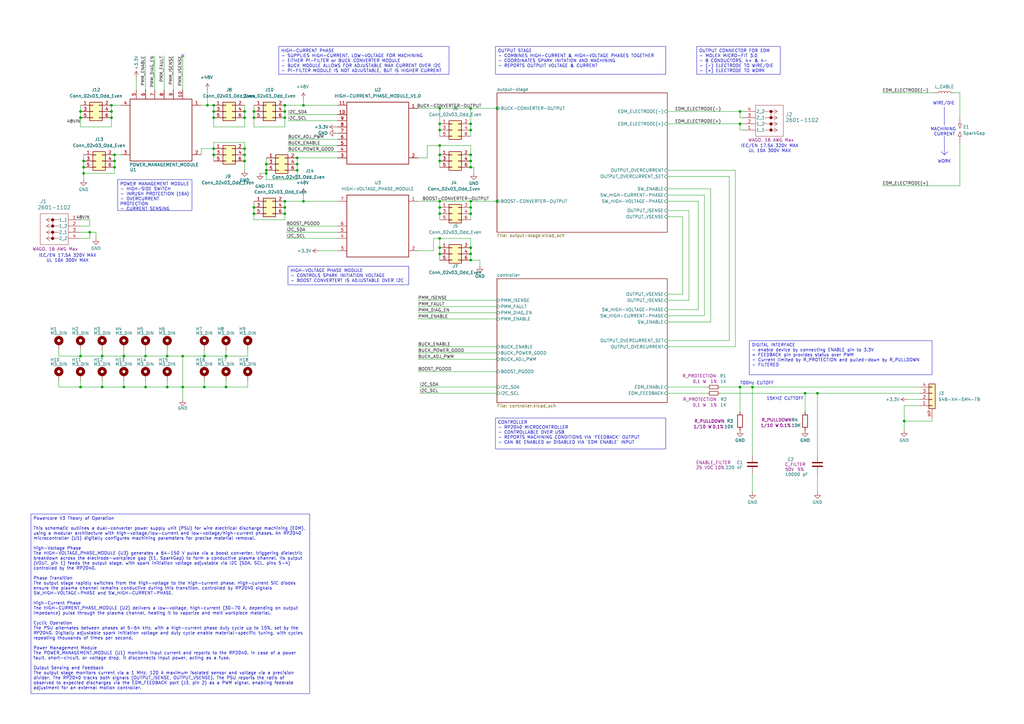
<source format=kicad_sch>
(kicad_sch (version 20250114) (generator "eeschema") (generator_version "9.0")
  (paper "A3")
  (title_block (title "Dual Converter Motherboard") (date "2025-07-29") (rev "H") (company "Rack Robotics, Inc."))
  (text "IEC/EN 17.5A 320V MAX\nUL 10A 300V MAX" (at 315.722 60.96 0) (effects (font (size 1.27 1.27))))
  (text "WORK" (at 387.35 66.294 0) (effects (font (size 1.27 1.27))))
  (text "700Hz CUTOFF" (at 310.388 157.226 0) (effects (font (size 1.27 1.27))))
  (text "MACHINING \nCURRENT" (at 387.35 54.102 0) (effects (font (size 1.27 1.27))))
  (text "WIRE/DIE" (at 387.096 42.418 0) (effects (font (size 1.27 1.27))))
  (text "IEC/EN 17.5A 320V MAX\nUL 10A 300V MAX" (at 27.686 105.918 0) (effects (font (size 1.27 1.27))))
  (text "15KHZ CUTTOFF" (at 322.072 163.576 0) (effects (font (size 1.27 1.27))))
  (text_box "CONTROLLER \n- RP2040 MICROCONTROLLER\n- CONTROLLABLE OVER USB \n- REPORTS MACHINING CONDITIONS VIA 'FEEDBACK' OUTPUT \n- CAN BE ENABLED or DISABLED VIA 'EDM ENABLE' INPUT" (at 203.2 171.45 0) (size 69.85 12.7) (margins 0.9525 0.9525 0.9525 0.9525) (effects (font (size 1.27 1.27)) (justify left top)))
  (text_box "HIGH-VOLTAGE PHASE MODULE\n- CONTROLS SPARK INITIATION VOLTAGE\n- BOOST CONVERTERT IS ADJUSTABLE OVER I2C" (at 118.11 109.22 0) (size 49.53 7.62) (margins 0.9525 0.9525 0.9525 0.9525) (effects (font (size 1.27 1.27)) (justify left top)))
  (text_box "OUTPUT CONNECTOR FOR EDM\n- MOLEX MICRO-FIT 3.0\n- 8 CONDUCTORS, 4+ & 4-\n- (-) ELECTRODE TO WIRE/DIE \n- (+) ELECTRODE TO WORK" (at 285.75 19.05 0) (size 34.29 11.43) (margins 0.9525 0.9525 0.9525 0.9525) (effects (font (size 1.27 1.27)) (justify left top)))
  (text_box "HIGH-CURRENT PHASE\n- SUPPLIES HIGH-CURRENT, LOW-VOLTAGE FOR MACHINING\n- EITHER Pi-FILTER or BUCK CONVERTER MODULE\n- BUCK MODULE ALLOWS FOR ADJUSTABLE MAX CURRENT OVER I2C\n- Pi-FILTER MODULE IS NOT ADJUSTABLE, BUT IS HIGHER CURRENT" (at 114.3 19.05 0) (size 69.85 11.43) (margins 0.9525 0.9525 0.9525 0.9525) (effects (font (size 1.27 1.27)) (justify left top)))
  (text_box "Powercore V3 Theory of Operation\n\nThis schematic outlines a dual-converter power supply unit (PSU) for wire electrical discharge machining (EDM), using a modular architecture with high-voltage/low-current and low-voltage/high-current phases. An RP2040 microcontroller (U1) digitally configures machining parameters for precise material removal.\n\nHigh-Voltage Phase\nThe HIGH-VOLTAGE_PHASE_MODULE (U3) generates a 64-150 V pulse via a boost converter, triggering dielectric breakdown across the electrode-workpiece gap (E1, SparkGap) to form a conductive plasma channel. Its output (VOUT, pin 1) feeds the output stage, with spark initiation voltage adjustable via I2C (SDA, SCL, pins 5-4) controlled by the RP2040.\n\nPhase Transition\nThe output stage rapidly switches from the high-voltage to the high-current phase. High-current SiC diodes ensure the plasma channel remains conductive during this transition, controlled by RP2040 signals SW_HIGH-VOLTAGE-PHASE and SW_HIGH-CURRENT-PHASE.\n\nHigh-Current Phase\nThe HIGH-CURRENT_PHASE_MODULE (U2) delivers a low-voltage, high-current (30-70 A, depending on output impedance) pulse through the plasma channel, heating it to vaporize and melt workpiece material. \n\nCyclic Operation\nThe PSU alternates between phases at 5-64 kHz, with a high-current phase duty cycle up to 15%, set by the RP2040. Digitally adjustable spark initiation voltage and duty cycle enable material-specific tuning, with cycles repeating thousands of times per second.\n\nPower Management Module\nThe POWER_MANAGEMENT_MODULE (U1) monitors input current and reports to the RP2040. In case of a power fault, short-circuit, or voltage drop, it disconnects input power, acting as a fuse.\n\nOutput Sensing and Feedback\nThe output stage monitors current via a 1 MHz, 120 A maximum isolated sensor and voltage via a precision divider. The RP2040 tracks both signals (OUTPUT_ISENSE, OUTPUT_VSENSE). The PSU reports the ratio of observed to expected discharges via the EDM_FEEDBACK port (J3, pin 2) as a PWM signal, enabling feedrate adjustment for an external motion controller." (at 12.7 210.82 0) (size 114.3 73.66) (margins 0.9525 0.9525 0.9525 0.9525) (effects (font (size 1.27 1.27)) (justify left top)))
  (text_box "OUTPUT STAGE \n- COMBINES HIGH-CURRENT & HIGH-VOLTAGE PHASES TOGETHER\n- COORDINATES SPARK INITATION AND MACHINING\n- REPORTS OUTPUIT VOLTAGE & CURRENT" (at 203.2 19.05 0) (size 69.85 11.43) (margins 0.9525 0.9525 0.9525 0.9525) (effects (font (size 1.27 1.27)) (justify left top)))
  (text_box "POWER MANAGEMENT MODULE\n- HIGH-SIDE SWITCH\n- INRUSH PROTECTION (16A)\n- OVERCURRENT PROTECTION\n- CURRENT SENSING\n" (at 48.26 73.66 0) (size 30.48 12.7) (margins 0.9525 0.9525 0.9525 0.9525) (effects (font (size 1.27 1.27)) (justify left top)))
  (text_box "DIGITAL INTERFACE \n- enable device by connecting ENABLE pin to 3.3V\n= FEEDBACK pin provides status over PWM\n- Current limited by R_PROTECTION and pulled-down by R_PULLDOWN\n- FILTERED" (at 307.34 139.7 0) (size 74.93 13.97) (margins 0.9525 0.9525 0.9525 0.9525) (effects (font (size 1.27 1.27)) (justify left top)))
  (junction (at 33.02 146.05))
  (junction (at 74.93 158.75))
  (junction (at 87.63 45.72))
  (junction (at 59.69 158.75))
  (junction (at 87.63 63.5))
  (junction (at 104.14 48.26))
  (junction (at 68.58 158.75))
  (junction (at 193.04 85.09))
  (junction (at 180.34 53.34))
  (junction (at 100.33 48.26))
  (junction (at 46.99 66.04))
  (junction (at 193.04 106.68))
  (junction (at 50.8 158.75))
  (junction (at 50.8 146.05))
  (junction (at 41.91 158.75))
  (junction (at 59.69 146.05))
  (junction (at 116.84 48.26))
  (junction (at 87.63 43.18))
  (junction (at 34.29 66.04))
  (junction (at 100.33 63.5))
  (junction (at 34.29 68.58))
  (junction (at 109.22 67.31))
  (junction (at 180.34 101.6))
  (junction (at 104.14 45.72))
  (junction (at 303.53 158.75))
  (junction (at 116.84 45.72))
  (junction (at 109.22 69.85))
  (junction (at 124.46 43.18))
  (junction (at 203.835 82.55))
  (junction (at 303.53 50.8))
  (junction (at 330.2 161.29))
  (junction (at 124.46 82.55))
  (junction (at 335.28 161.29))
  (junction (at 104.14 85.09))
  (junction (at 45.72 45.72))
  (junction (at 370.84 172.72))
  (junction (at 193.04 63.5))
  (junction (at 180.34 85.09))
  (junction (at 193.04 101.6))
  (junction (at 180.34 66.04))
  (junction (at 121.92 64.77))
  (junction (at 193.04 104.14))
  (junction (at 121.92 69.85))
  (junction (at 203.835 44.45))
  (junction (at 109.22 71.12))
  (junction (at 100.33 45.72))
  (junction (at 34.29 71.12))
  (junction (at 180.34 50.8))
  (junction (at 100.33 60.96))
  (junction (at 87.63 48.26))
  (junction (at 33.02 48.26))
  (junction (at 180.34 87.63))
  (junction (at 308.61 158.75))
  (junction (at 180.34 59.69))
  (junction (at 180.34 63.5))
  (junction (at 121.92 67.31))
  (junction (at 193.04 50.8))
  (junction (at 92.71 158.75))
  (junction (at 36.83 95.25))
  (junction (at 33.02 158.75))
  (junction (at 303.53 45.72))
  (junction (at 45.72 43.18))
  (junction (at 116.84 85.09))
  (junction (at 193.04 44.45))
  (junction (at 68.58 146.05))
  (junction (at 180.34 44.45))
  (junction (at 116.84 82.55))
  (junction (at 193.04 53.34))
  (junction (at 92.71 146.05))
  (junction (at 100.33 66.04))
  (junction (at 33.02 45.72))
  (junction (at 180.34 97.79))
  (junction (at 83.82 146.05))
  (junction (at 193.04 87.63))
  (junction (at 180.34 104.14))
  (junction (at 193.04 82.55))
  (junction (at 193.04 68.58))
  (junction (at 180.34 82.55))
  (junction (at 85.09 43.18))
  (junction (at 87.63 60.96))
  (junction (at 41.91 146.05))
  (junction (at 104.14 87.63))
  (junction (at 46.99 63.5))
  (junction (at 116.84 43.18))
  (junction (at 45.72 48.26))
  (junction (at 116.84 87.63))
  (junction (at 74.93 146.05))
  (junction (at 193.04 66.04))
  (junction (at 46.99 68.58))
  (junction (at 83.82 158.75))
  (no_connect (at 74.93 22.86))
  (wire (pts (xy 24.13 158.75) (xy 33.02 158.75)))
  (wire (pts (xy 71.12 22.86) (xy 71.12 36.83)))
  (wire (pts (xy 109.22 73.66) (xy 121.92 73.66)))
  (wire (pts (xy 273.685 129.54) (xy 288.925 129.54)))
  (wire (pts (xy 290.195 158.75) (xy 273.685 158.75)))
  (wire (pts (xy 138.43 49.53) (xy 118.11 49.53)))
  (wire (pts (xy 34.29 66.04) (xy 34.29 63.5)))
  (wire (pts (xy 175.26 64.77) (xy 175.26 59.69)))
  (wire (pts (xy 46.99 66.04) (xy 46.99 68.58)))
  (wire (pts (xy 204.47 44.45) (xy 203.835 44.45)))
  (polyline (pts (xy 387.35 43.815) (xy 387.35 51.435)))
  (wire (pts (xy 370.84 176.53) (xy 370.84 172.72)))
  (wire (pts (xy 67.31 22.86) (xy 67.31 36.83)))
  (wire (pts (xy 180.34 90.17) (xy 180.34 87.63)))
  (wire (pts (xy 33.02 92.71) (xy 36.83 92.71)))
  (wire (pts (xy 45.72 43.18) (xy 49.53 43.18)))
  (wire (pts (xy 273.685 45.72) (xy 303.53 45.72)))
  (wire (pts (xy 303.53 50.8) (xy 304.8 50.8)))
  (wire (pts (xy 193.04 66.04) (xy 193.04 68.58)))
  (wire (pts (xy 106.68 71.12) (xy 109.22 71.12)))
  (wire (pts (xy 291.465 77.47) (xy 273.685 77.47)))
  (wire (pts (xy 171.45 64.77) (xy 175.26 64.77)))
  (wire (pts (xy 87.63 45.72) (xy 87.63 48.26)))
  (wire (pts (xy 304.8 48.26) (xy 303.53 48.26)))
  (wire (pts (xy 280.035 120.65) (xy 280.035 88.9)))
  (wire (pts (xy 92.71 156.21) (xy 92.71 158.75)))
  (wire (pts (xy 36.83 90.17) (xy 33.02 90.17)))
  (wire (pts (xy 101.6 146.05) (xy 92.71 146.05)))
  (wire (pts (xy 116.84 43.18) (xy 124.46 43.18)))
  (wire (pts (xy 46.99 63.5) (xy 46.99 66.04)))
  (wire (pts (xy 68.58 146.05) (xy 74.93 146.05)))
  (polyline (pts (xy 387.35 63.5) (xy 388.62 62.23)))
  (wire (pts (xy 295.275 161.29) (xy 330.2 161.29)))
  (wire (pts (xy 291.465 132.08) (xy 291.465 77.47)))
  (wire (pts (xy 335.28 161.29) (xy 335.28 186.69)))
  (wire (pts (xy 180.34 97.79) (xy 193.04 97.79)))
  (wire (pts (xy 393.7 76.2) (xy 393.7 58.42)))
  (wire (pts (xy 34.29 71.12) (xy 34.29 73.66)))
  (wire (pts (xy 100.33 66.04) (xy 100.33 69.85)))
  (wire (pts (xy 121.92 73.66) (xy 121.92 69.85)))
  (wire (pts (xy 59.69 143.51) (xy 59.69 146.05)))
  (wire (pts (xy 46.99 71.12) (xy 34.29 71.12)))
  (wire (pts (xy 193.04 44.45) (xy 193.04 50.8)))
  (wire (pts (xy 382.27 172.72) (xy 370.84 172.72)))
  (wire (pts (xy 109.22 64.77) (xy 109.22 67.31)))
  (wire (pts (xy 286.385 82.55) (xy 273.685 82.55)))
  (wire (pts (xy 100.33 48.26) (xy 100.33 52.07)))
  (wire (pts (xy 171.45 125.73) (xy 203.835 125.73)))
  (wire (pts (xy 121.92 64.77) (xy 138.43 64.77)))
  (wire (pts (xy 273.685 50.8) (xy 303.53 50.8)))
  (wire (pts (xy 36.83 95.25) (xy 36.83 97.79)))
  (wire (pts (xy 303.53 48.26) (xy 303.53 45.72)))
  (wire (pts (xy 87.63 58.42) (xy 100.33 58.42)))
  (wire (pts (xy 282.575 86.36) (xy 273.685 86.36)))
  (wire (pts (xy 171.45 144.78) (xy 203.835 144.78)))
  (wire (pts (xy 59.69 146.05) (xy 68.58 146.05)))
  (wire (pts (xy 116.84 82.55) (xy 124.46 82.55)))
  (wire (pts (xy 41.91 156.21) (xy 41.91 158.75)))
  (wire (pts (xy 180.34 87.63) (xy 180.34 85.09)))
  (wire (pts (xy 303.53 158.75) (xy 303.53 168.91)))
  (wire (pts (xy 361.95 76.2) (xy 393.7 76.2)))
  (wire (pts (xy 361.95 38.1) (xy 383.54 38.1)))
  (wire (pts (xy 203.835 142.24) (xy 171.45 142.24)))
  (wire (pts (xy 104.14 90.17) (xy 116.84 90.17)))
  (wire (pts (xy 50.8 143.51) (xy 50.8 146.05)))
  (wire (pts (xy 288.925 129.54) (xy 288.925 80.01)))
  (wire (pts (xy 273.685 120.65) (xy 280.035 120.65)))
  (wire (pts (xy 82.55 60.96) (xy 87.63 60.96)))
  (wire (pts (xy 116.84 43.18) (xy 116.84 45.72)))
  (wire (pts (xy 50.8 156.21) (xy 50.8 158.75)))
  (wire (pts (xy 55.88 31.75) (xy 55.88 36.83)))
  (wire (pts (xy 393.7 48.26) (xy 393.7 38.1)))
  (wire (pts (xy 273.685 123.19) (xy 282.575 123.19)))
  (wire (pts (xy 273.685 139.7) (xy 299.085 139.7)))
  (wire (pts (xy 100.33 58.42) (xy 100.33 60.96)))
  (wire (pts (xy 282.575 123.19) (xy 282.575 86.36)))
  (wire (pts (xy 130.81 102.87) (xy 138.43 102.87)))
  (wire (pts (xy 124.46 40.64) (xy 124.46 43.18)))
  (wire (pts (xy 24.13 156.21) (xy 24.13 158.75)))
  (wire (pts (xy 193.04 44.45) (xy 180.34 44.45)))
  (wire (pts (xy 304.8 53.34) (xy 303.53 53.34)))
  (wire (pts (xy 308.61 194.31) (xy 308.61 201.93)))
  (wire (pts (xy 335.28 194.31) (xy 335.28 201.93)))
  (wire (pts (xy 124.46 82.55) (xy 138.43 82.55)))
  (wire (pts (xy 138.43 54.61) (xy 137.795 54.61)))
  (wire (pts (xy 41.91 146.05) (xy 50.8 146.05)))
  (wire (pts (xy 180.34 82.55) (xy 193.04 82.55)))
  (wire (pts (xy 193.04 85.09) (xy 193.04 87.63)))
  (wire (pts (xy 59.69 158.75) (xy 68.58 158.75)))
  (wire (pts (xy 203.835 130.81) (xy 171.45 130.81)))
  (wire (pts (xy 194.31 68.58) (xy 193.04 68.58)))
  (wire (pts (xy 41.91 158.75) (xy 50.8 158.75)))
  (wire (pts (xy 74.93 22.86) (xy 74.93 36.83)))
  (wire (pts (xy 204.47 82.55) (xy 203.835 82.55)))
  (wire (pts (xy 68.58 156.21) (xy 68.58 158.75)))
  (wire (pts (xy 33.02 156.21) (xy 33.02 158.75)))
  (wire (pts (xy 116.84 52.07) (xy 116.84 48.26)))
  (wire (pts (xy 100.33 45.72) (xy 100.33 48.26)))
  (wire (pts (xy 303.53 158.75) (xy 295.275 158.75)))
  (wire (pts (xy 116.84 82.55) (xy 116.84 85.09)))
  (wire (pts (xy 377.19 163.83) (xy 372.11 163.83)))
  (wire (pts (xy 180.34 63.5) (xy 180.34 59.69)))
  (wire (pts (xy 330.2 161.29) (xy 335.28 161.29)))
  (wire (pts (xy 273.685 142.24) (xy 301.625 142.24)))
  (wire (pts (xy 118.11 46.99) (xy 138.43 46.99)))
  (wire (pts (xy 370.84 172.72) (xy 370.84 166.37)))
  (wire (pts (xy 92.71 146.05) (xy 83.82 146.05)))
  (wire (pts (xy 370.84 166.37) (xy 377.19 166.37)))
  (wire (pts (xy 121.92 67.31) (xy 121.92 69.85)))
  (wire (pts (xy 74.93 158.75) (xy 74.93 163.83)))
  (wire (pts (xy 280.035 88.9) (xy 273.685 88.9)))
  (wire (pts (xy 87.63 60.96) (xy 87.63 63.5)))
  (wire (pts (xy 116.84 87.63) (xy 116.84 90.17)))
  (wire (pts (xy 63.5 22.86) (xy 63.5 36.83)))
  (wire (pts (xy 101.6 156.21) (xy 101.6 158.75)))
  (wire (pts (xy 138.43 59.69) (xy 118.11 59.69)))
  (wire (pts (xy 171.45 82.55) (xy 180.34 82.55)))
  (wire (pts (xy 180.34 63.5) (xy 180.34 66.04)))
  (wire (pts (xy 203.835 161.29) (xy 172.085 161.29)))
  (wire (pts (xy 180.34 59.69) (xy 193.04 59.69)))
  (wire (pts (xy 124.46 80.01) (xy 124.46 82.55)))
  (wire (pts (xy 303.53 53.34) (xy 303.53 50.8)))
  (wire (pts (xy 116.84 45.72) (xy 116.84 48.26)))
  (wire (pts (xy 46.99 68.58) (xy 46.99 71.12)))
  (wire (pts (xy 85.09 36.83) (xy 85.09 43.18)))
  (wire (pts (xy 194.31 71.12) (xy 194.31 68.58)))
  (wire (pts (xy 85.09 43.18) (xy 87.63 43.18)))
  (wire (pts (xy 36.83 95.25) (xy 33.02 95.25)))
  (wire (pts (xy 193.04 101.6) (xy 193.04 104.14)))
  (wire (pts (xy 104.14 87.63) (xy 104.14 90.17)))
  (wire (pts (xy 83.82 143.51) (xy 83.82 146.05)))
  (wire (pts (xy 301.625 69.85) (xy 273.685 69.85)))
  (wire (pts (xy 171.45 44.45) (xy 180.34 44.45)))
  (polyline (pts (xy 387.35 63.5) (xy 386.08 62.23)))
  (wire (pts (xy 301.625 142.24) (xy 301.625 69.85)))
  (wire (pts (xy 33.02 143.51) (xy 33.02 146.05)))
  (wire (pts (xy 203.835 123.19) (xy 171.45 123.19)))
  (wire (pts (xy 180.34 66.04) (xy 180.34 68.58)))
  (wire (pts (xy 100.33 60.96) (xy 100.33 63.5)))
  (wire (pts (xy 34.29 68.58) (xy 34.29 66.04)))
  (wire (pts (xy 171.45 152.4) (xy 203.835 152.4)))
  (wire (pts (xy 175.26 59.69) (xy 180.34 59.69)))
  (wire (pts (xy 92.71 143.51) (xy 92.71 146.05)))
  (wire (pts (xy 180.34 53.34) (xy 180.34 55.88)))
  (wire (pts (xy 286.385 127) (xy 286.385 82.55)))
  (wire (pts (xy 193.04 106.68) (xy 196.85 106.68)))
  (wire (pts (xy 45.72 52.07) (xy 45.72 48.26)))
  (wire (pts (xy 100.33 43.18) (xy 100.33 45.72)))
  (wire (pts (xy 273.685 127) (xy 286.385 127)))
  (wire (pts (xy 193.04 104.14) (xy 193.04 106.68)))
  (wire (pts (xy 203.835 44.45) (xy 193.04 44.45)))
  (wire (pts (xy 180.34 44.45) (xy 180.34 50.8)))
  (wire (pts (xy 36.83 92.71) (xy 36.83 90.17)))
  (wire (pts (xy 391.16 38.1) (xy 393.7 38.1)))
  (wire (pts (xy 138.43 97.79) (xy 117.475 97.79)))
  (wire (pts (xy 109.22 69.85) (xy 109.22 71.12)))
  (wire (pts (xy 299.085 139.7) (xy 299.085 72.39)))
  (wire (pts (xy 46.99 63.5) (xy 49.53 63.5)))
  (polyline (pts (xy 387.35 55.88) (xy 387.35 63.5)))
  (wire (pts (xy 68.58 158.75) (xy 74.93 158.75)))
  (wire (pts (xy 193.04 82.55) (xy 193.04 85.09)))
  (wire (pts (xy 193.04 50.8) (xy 193.04 53.34)))
  (wire (pts (xy 193.04 87.63) (xy 193.04 90.17)))
  (wire (pts (xy 303.53 45.72) (xy 304.8 45.72)))
  (wire (pts (xy 68.58 143.51) (xy 68.58 146.05)))
  (wire (pts (xy 193.04 53.34) (xy 193.04 55.88)))
  (wire (pts (xy 109.22 67.31) (xy 109.22 69.85)))
  (wire (pts (xy 82.55 63.5) (xy 82.55 60.96)))
  (wire (pts (xy 290.195 161.29) (xy 273.685 161.29)))
  (wire (pts (xy 180.34 50.8) (xy 180.34 53.34)))
  (wire (pts (xy 104.14 43.18) (xy 104.14 45.72)))
  (wire (pts (xy 100.33 63.5) (xy 100.33 66.04)))
  (wire (pts (xy 41.91 143.51) (xy 41.91 146.05)))
  (wire (pts (xy 45.72 43.18) (xy 45.72 45.72)))
  (wire (pts (xy 87.63 63.5) (xy 87.63 66.04)))
  (wire (pts (xy 101.6 158.75) (xy 92.71 158.75)))
  (wire (pts (xy 39.37 97.79) (xy 39.37 95.25)))
  (wire (pts (xy 50.8 146.05) (xy 59.69 146.05)))
  (wire (pts (xy 87.63 48.26) (xy 87.63 52.07)))
  (wire (pts (xy 193.04 97.79) (xy 193.04 101.6)))
  (wire (pts (xy 121.92 64.77) (xy 121.92 67.31)))
  (wire (pts (xy 59.69 156.21) (xy 59.69 158.75)))
  (wire (pts (xy 33.02 52.07) (xy 45.72 52.07)))
  (wire (pts (xy 33.02 158.75) (xy 41.91 158.75)))
  (wire (pts (xy 171.45 102.87) (xy 177.8 102.87)))
  (wire (pts (xy 104.14 52.07) (xy 116.84 52.07)))
  (wire (pts (xy 203.835 158.75) (xy 172.085 158.75)))
  (wire (pts (xy 83.82 158.75) (xy 74.93 158.75)))
  (wire (pts (xy 193.04 63.5) (xy 193.04 66.04)))
  (wire (pts (xy 104.14 85.09) (xy 104.14 87.63)))
  (wire (pts (xy 273.685 132.08) (xy 291.465 132.08)))
  (wire (pts (xy 330.2 161.29) (xy 330.2 168.91)))
  (wire (pts (xy 24.13 146.05) (xy 33.02 146.05)))
  (wire (pts (xy 193.04 59.69) (xy 193.04 63.5)))
  (wire (pts (xy 82.55 43.18) (xy 85.09 43.18)))
  (wire (pts (xy 180.34 101.6) (xy 180.34 104.14)))
  (wire (pts (xy 33.02 45.72) (xy 33.02 48.26)))
  (wire (pts (xy 87.63 60.96) (xy 87.63 58.42)))
  (wire (pts (xy 138.43 62.23) (xy 118.11 62.23)))
  (wire (pts (xy 180.34 101.6) (xy 180.34 97.79)))
  (wire (pts (xy 299.085 72.39) (xy 273.685 72.39)))
  (wire (pts (xy 138.43 92.71) (xy 117.475 92.71)))
  (wire (pts (xy 104.14 45.72) (xy 104.14 48.26)))
  (wire (pts (xy 50.8 158.75) (xy 59.69 158.75)))
  (wire (pts (xy 124.46 43.18) (xy 138.43 43.18)))
  (wire (pts (xy 83.82 156.21) (xy 83.82 158.75)))
  (wire (pts (xy 193.04 82.55) (xy 203.835 82.55)))
  (wire (pts (xy 335.28 161.29) (xy 377.19 161.29)))
  (wire (pts (xy 303.53 158.75) (xy 308.61 158.75)))
  (wire (pts (xy 101.6 143.51) (xy 101.6 146.05)))
  (wire (pts (xy 59.69 22.86) (xy 59.69 36.83)))
  (wire (pts (xy 138.43 57.15) (xy 118.11 57.15)))
  (wire (pts (xy 177.8 102.87) (xy 177.8 97.79)))
  (wire (pts (xy 116.84 85.09) (xy 116.84 87.63)))
  (wire (pts (xy 203.835 128.27) (xy 171.45 128.27)))
  (wire (pts (xy 74.93 146.05) (xy 74.93 158.75)))
  (wire (pts (xy 33.02 146.05) (xy 41.91 146.05)))
  (wire (pts (xy 177.8 97.79) (xy 180.34 97.79)))
  (wire (pts (xy 382.27 171.45) (xy 382.27 172.72)))
  (wire (pts (xy 288.925 80.01) (xy 273.685 80.01)))
  (wire (pts (xy 104.14 48.26) (xy 104.14 52.07)))
  (wire (pts (xy 34.29 71.12) (xy 34.29 68.58)))
  (wire (pts (xy 24.13 143.51) (xy 24.13 146.05)))
  (wire (pts (xy 87.63 52.07) (xy 100.33 52.07)))
  (wire (pts (xy 45.72 45.72) (xy 45.72 48.26)))
  (wire (pts (xy 87.63 43.18) (xy 87.63 45.72)))
  (wire (pts (xy 308.61 158.75) (xy 308.61 186.69)))
  (wire (pts (xy 83.82 146.05) (xy 74.93 146.05)))
  (wire (pts (xy 138.43 52.07) (xy 137.795 52.07)))
  (wire (pts (xy 196.85 109.22) (xy 196.85 106.68)))
  (wire (pts (xy 138.43 95.25) (xy 117.475 95.25)))
  (wire (pts (xy 92.71 158.75) (xy 83.82 158.75)))
  (wire (pts (xy 33.02 43.18) (xy 33.02 45.72)))
  (wire (pts (xy 180.34 104.14) (xy 180.34 106.68)))
  (wire (pts (xy 33.02 97.79) (xy 36.83 97.79)))
  (wire (pts (xy 203.835 147.32) (xy 171.45 147.32)))
  (wire (pts (xy 109.22 71.12) (xy 109.22 73.66)))
  (wire (pts (xy 104.14 82.55) (xy 104.14 85.09)))
  (wire (pts (xy 39.37 95.25) (xy 36.83 95.25)))
  (wire (pts (xy 33.02 48.26) (xy 33.02 52.07)))
  (wire (pts (xy 308.61 158.75) (xy 377.19 158.75)))
  (wire (pts (xy 180.34 82.55) (xy 180.34 85.09)))
  (label "PMM_FAULT" (at 171.45 125.73 0))
  (label "BUCK_ENABLE" (at 171.45 142.24 0))
  (label "BUCK_ENABLE" (at 118.11 59.69 0))
  (label "I2C_SCL" (at 172.085 161.29 0))
  (label "PMM_FAULT" (at 67.31 22.86 270))
  (label "PMM_ISENSE" (at 171.45 123.19 0))
  (label "I2C_SCL" (at 117.475 97.79 0))
  (label "EDM_ELECTRODE(-)" (at 276.86 45.72 0))
  (label "48VIN" (at 33.02 50.8 180))
  (label "PMM_ENABLE" (at 171.45 130.81 0))
  (label "PMM_ISENSE" (at 71.12 22.86 270))
  (label "EDM_ELECTRODE(-)" (at 361.95 38.1 0))
  (label "48VIN" (at 36.83 90.17 180))
  (label "I2C_SDA" (at 172.085 158.75 0))
  (label "BUCK_POWER_GOOD" (at 118.11 62.23 0))
  (label "I2C_SCL" (at 118.11 49.53 0))
  (label "BUCK_ADJ_PWM" (at 118.11 57.15 0))
  (label "BUCK_POWER_GOOD" (at 171.45 144.78 0))
  (label "BOOST_PGOOD" (at 117.475 92.71 0))
  (label "BOOST_PGOOD" (at 171.45 152.4 0))
  (label "PMM_DIAG_EN" (at 63.5 22.86 270))
  (label "EDM_ELECTRODE(+)" (at 276.86 50.8 0))
  (label "BUCK_ADJ_PWM" (at 171.45 147.32 0))
  (label "EDM_ELECTRODE(+)" (at 361.95 76.2 0))
  (label "PMM_DIAG_EN" (at 171.45 128.27 0))
  (label "I2C_SDA" (at 117.475 95.25 0))
  (label "PMM_VSENSE" (at 74.93 22.86 270))
  (label "I2C_SDA" (at 118.11 46.99 0))
  (label "BOOST-CONVERTER-OUTPUT" (at 200.66 82.55 180))
  (label "BUCK-CONVERTER-OUTPUT" (at 197.485 44.45 180))
  (label "PMM_ENABLE" (at 59.69 22.86 270))
  (symbol (lib_id "Device:SparkGap") (at 393.7 53.34 90) (unit 1) (in_bom no) (on_board no)
    (property "Reference" "E1" (at 394.97 52.0699 90) (effects (justify right)))
    (property "Value" "SparkGap" (at 394.97 54.6099 90) (effects (justify right)))
    (property "Footprint" "NULL" (effects (hide yes)))
    (property "Description" "EDM Spark Gap" (effects (hide yes)))
    (property "Manufacturer" "NULL" (effects (hide yes)))
    (property "Manufacturer#" "NULL" (effects (hide yes)))
    (property "Distributor" "NULL" (effects (hide yes)))
    (property "Distributor#" "NULL" (effects (hide yes)))
    (property "Role" "NULL" (effects (hide yes)))
    (property "LCSC Part #" "NULL" (effects (hide yes)))
  )
  (symbol (lib_id "power:GND") (at 196.85 109.22 0) (mirror y) (unit 1)
    (property "Reference" "#PWR010" (effects (hide yes)))
    (property "Value" "GND" (at 196.85 113.284 0))
    (property "Description" "Power symbol creates a global label with name \"GND\" , ground" (effects (hide yes)))
  )
  (symbol (lib_id "Mechanical:MountingHole_Pad") (at 92.71 153.67 0) (unit 1) (exclude_from_sim yes) (in_bom no)
    (property "Reference" "H17" (at 89.154 147.574 0) (effects (justify left)))
    (property "Value" "M3_DIN" (at 89.154 149.352 0) (effects (justify left)))
    (property "Footprint" "MountingHole:MountingHole_3.2mm_M3_DIN965_Pad_TopBottom" (effects (hide yes)))
    (property "Datasheet" "NULL" (effects (hide yes)))
    (property "Description" "M3 Mounting hole with op & bottom pads exposed" (effects (hide yes)))
    (property "Manufacturer" "NULL" (effects (hide yes)))
    (property "Manufacturer#" "NULL" (effects (hide yes)))
    (property "Distributor" "NULL" (effects (hide yes)))
    (property "Distributor#" "NULL" (effects (hide yes)))
    (property "Role" "NULL" (effects (hide yes)))
  )
  (symbol (lib_id "power:GND") (at 308.61 201.93 0) (mirror y) (unit 1)
    (property "Reference" "#PWR016" (effects (hide yes)))
    (property "Value" "GND" (at 308.61 205.994 0))
    (property "Description" "Power symbol creates a global label with name \"GND\" , ground" (effects (hide yes)))
  )
  (symbol (lib_id "power:GND") (at 34.29 73.66 0) (mirror y) (unit 1)
    (property "Reference" "#PWR05" (effects (hide yes)))
    (property "Value" "GND" (at 34.29 77.724 0))
    (property "Description" "Power symbol creates a global label with name \"GND\" , ground" (effects (hide yes)))
  )
  (symbol (lib_id "Mechanical:MountingHole_Pad") (at 41.91 140.97 0) (unit 1) (exclude_from_sim yes) (in_bom no)
    (property "Reference" "H3" (at 38.354 134.874 0) (effects (justify left)))
    (property "Value" "M3_DIN" (at 38.354 136.652 0) (effects (justify left)))
    (property "Footprint" "MountingHole:MountingHole_3.2mm_M3_DIN965_Pad_TopBottom" (effects (hide yes)))
    (property "Datasheet" "NULL" (effects (hide yes)))
    (property "Description" "M3 Mounting hole with op & bottom pads exposed" (effects (hide yes)))
    (property "Manufacturer" "NULL" (effects (hide yes)))
    (property "Manufacturer#" "NULL" (effects (hide yes)))
    (property "Distributor" "NULL" (effects (hide yes)))
    (property "Distributor#" "NULL" (effects (hide yes)))
    (property "Role" "NULL" (effects (hide yes)))
  )
  (symbol (lib_id "rack-controller:2601-1102") (at 16.51 87.63 0) (unit 1)
    (property "Reference" "J1" (at 17.78 82.55 0) (effects (font (size 1.524 1.524))))
    (property "Value" "2601-1102" (at 22.225 85.09 0) (effects (font (size 1.524 1.524))))
    (property "Footprint" "powercore-development:2601-1102" (effects (hide yes)))
    (property "Datasheet" "https://source.z2data.com/2022/11/30/3/26/12/266816/736955/WAGO26011102enUS.pdf" (effects (hide yes)))
    (property "Description" "2 Position Wire to Board Terminal Block Horizontal with Board 0.138\" (3.50mm) Through Hole" (effects (hide yes)))
    (property "Manufacturer" "WAGO Corporation" (effects (hide yes)))
    (property "Manufacturer#" "2601-1102" (effects (hide yes)))
    (property "Distributor" "Digikey Electronics, Inc." (effects (hide yes)))
    (property "Distributor#" "2946-2601-1102-ND" (effects (hide yes)))
    (property "Role" "WAGO, 16 AWG Max" (at 22.606 102.108 0))
    (property "LCSC Part #" "C7509568" (effects (hide yes)))
  )
  (symbol (lib_id "power:GND") (at 370.84 176.53 0) (mirror y) (unit 1)
    (property "Reference" "#PWR015" (effects (hide yes)))
    (property "Value" "GND" (at 370.84 180.594 0))
    (property "Description" "Power symbol creates a global label with name \"GND\" , ground" (effects (hide yes)))
  )
  (symbol (lib_id "power:+3.3V") (at 137.795 52.07 90) (mirror x) (unit 1)
    (property "Reference" "#PWR03" (effects (hide yes)))
    (property "Value" "+3.3V" (at 134.747 52.07 90) (effects (justify left)))
    (property "Description" "Power symbol creates a global label with name \"+3.3V\"" (effects (hide yes)))
  )
  (symbol (lib_id "Connector_Generic:Conn_02x03_Odd_Even") (at 39.37 66.04 0) (unit 1)
    (property "Reference" "J13" (at 40.64 57.15 0))
    (property "Value" "Conn_02x03_Odd_Even" (at 40.64 59.69 0))
    (property "Footprint" "Connector_PinSocket_2.54mm:PinSocket_2x03_P2.54mm_Vertical" (effects (hide yes)))
    (property "Description" "Generic connector, double row, 02x03, odd/even pin numbering scheme (row 1 odd numbers, row 2 even numbers), script generated (kicad-library-utils/schlib/autogen/connector/)" (effects (hide yes)))
  )
  (symbol (lib_id "Device:R") (at 330.2 172.72 0) (unit 1)
    (property "Reference" "R4" (at 324.612 172.212 0) (effects (justify left)))
    (property "Value" "10K" (at 324.612 174.498 0) (effects (justify left)))
    (property "Footprint" "Resistor_SMD:R_0603_1608Metric" (effects (hide yes)))
    (property "Datasheet" "https://www.yageo.com/upload/media/product/products/datasheet/rchip/PYu-RC_Group_51_RoHS_L_12.pdf" (effects (hide yes)))
    (property "Description" "10 kOhms ±0.1% 0.1W, 1/10W Chip Resistor 0603 (1608 Metric) Moisture Resistant Thick Film" (effects (hide yes)))
    (property "Tolerance" "0.1%" (at 322.072 174.498 0))
    (property "Role" "R_PULLDOWN" (at 318.516 172.212 0))
    (property "Manufacturer" "YAGEO" (effects (hide yes)))
    (property "Manufacturer#" "RC0603BR-0710KL" (effects (hide yes)))
    (property "Distributor" "Digikey Electronics, Inc." (effects (hide yes)))
    (property "Distributor#" "13-RC0603BR-0710KLCT-ND" (effects (hide yes)))
    (property "Power" "1/10 W" (at 315.722 174.498 0))
    (property "LCSC Part #" "C20161635" (effects (hide yes)))
  )
  (symbol (lib_id "power:GND") (at 106.68 71.12 0) (mirror y) (unit 1)
    (property "Reference" "#PWR07" (effects (hide yes)))
    (property "Value" "GND" (at 106.68 76.454 0))
    (property "Description" "Power symbol creates a global label with name \"GND\" , ground" (effects (hide yes)))
  )
  (symbol (lib_id "Mechanical:MountingHole_Pad") (at 24.13 140.97 0) (unit 1) (exclude_from_sim yes) (in_bom no)
    (property "Reference" "H1" (at 20.574 134.874 0) (effects (justify left)))
    (property "Value" "M3_DIN" (at 20.574 136.652 0) (effects (justify left)))
    (property "Footprint" "MountingHole:MountingHole_3.2mm_M3_DIN965_Pad_TopBottom" (effects (hide yes)))
    (property "Datasheet" "NULL" (effects (hide yes)))
    (property "Description" "M3 Mounting hole with op & bottom pads exposed" (effects (hide yes)))
    (property "Manufacturer" "NULL" (effects (hide yes)))
    (property "Manufacturer#" "NULL" (effects (hide yes)))
    (property "Distributor" "NULL" (effects (hide yes)))
    (property "Distributor#" "NULL" (effects (hide yes)))
    (property "Role" "NULL" (effects (hide yes)))
  )
  (symbol (lib_id "Mechanical:MountingHole_Pad") (at 59.69 153.67 0) (unit 1) (exclude_from_sim yes) (in_bom no)
    (property "Reference" "H14" (at 56.134 147.574 0) (effects (justify left)))
    (property "Value" "M3_DIN" (at 56.134 149.352 0) (effects (justify left)))
    (property "Footprint" "MountingHole:MountingHole_3.2mm_M3_DIN965_Pad_TopBottom" (effects (hide yes)))
    (property "Datasheet" "NULL" (effects (hide yes)))
    (property "Description" "M3 Mounting hole with op & bottom pads exposed" (effects (hide yes)))
    (property "Manufacturer" "NULL" (effects (hide yes)))
    (property "Manufacturer#" "NULL" (effects (hide yes)))
    (property "Distributor" "NULL" (effects (hide yes)))
    (property "Distributor#" "NULL" (effects (hide yes)))
    (property "Role" "NULL" (effects (hide yes)))
  )
  (symbol (lib_id "rack-controller:S4B-XH-SM4-TB") (at 382.27 161.29 0) (unit 1)
    (property "Reference" "J3" (at 384.81 161.2899 0) (effects (justify left)))
    (property "Value" "S4B-XH-SM4-TB" (at 384.81 163.8299 0) (effects (justify left)))
    (property "Footprint" "powercore-development:S4B-XH-SM4-TB" (effects (hide yes)))
    (property "Datasheet" "https://www.jst-mfg.com/product/pdf/eng/eXH.pdf" (effects (hide yes)))
    (property "Description" "Connector Header Surface Mount, Right Angle 4 position 0.098\" (2.50mm)" (effects (hide yes)))
    (property "Manufacturer" "JST Sales America Inc." (effects (hide yes)))
    (property "Manufacturer#" "S4B-XH-SM4-TB" (effects (hide yes)))
    (property "Distributor" "Digikey Electronics, Inc." (effects (hide yes)))
    (property "Distributor#" "455-2262-1-ND" (effects (hide yes)))
    (property "Max Current" "3A" (effects (hide yes)))
    (property "LCSC Part #" "C161861" (effects (hide yes)))
  )
  (symbol (lib_id "Device:L") (at 387.35 38.1 90) (unit 1) (in_bom no) (on_board no)
    (property "Reference" "L_CABLE1" (effects (hide yes)))
    (property "Value" "L_CABLE" (at 387.35 35.56 90))
    (property "Description" "Parasitic Inductance of Cable" (effects (hide yes)))
  )
  (symbol (lib_id "Device:C") (at 335.28 190.5 0) (mirror y) (unit 1)
    (property "Reference" "C2" (at 325.628 188.468 0) (effects (justify left)))
    (property "Value" "10000 pF" (at 331.47 194.564 0) (effects (justify left)))
    (property "Footprint" "Capacitor_SMD:C_0603_1608Metric" (effects (hide yes)))
    (property "Datasheet" "https://www.yageo.com/upload/media/product/productsearch/datasheet/mlcc/UPY-GPHC_X7R_6.3V-to-250V_24.pdf" (effects (hide yes)))
    (property "Description" "10000 pF ±5% 50V Ceramic Capacitor X7R 0603 (1608 Metric)" (effects (hide yes)))
    (property "Role" "C_FILTER" (at 326.136 190.5 0))
    (property "Tolerance" "5%" (at 328.422 192.532 0))
    (property "Dielectric" "X7R" (effects (hide yes)))
    (property "Max Voltage" "50V" (at 323.85 192.532 0))
    (property "Manufacturer" "YAGEO" (effects (hide yes)))
    (property "Manufacturer#" "CC0603JRX7R9BB103" (effects (hide yes)))
    (property "Distributor" "Digikey Electronics, Inc." (effects (hide yes)))
    (property "Distributor#" "311-1778-1-ND" (effects (hide yes)))
    (property "LCSC Part #" "C115056" (effects (hide yes)))
  )
  (symbol (lib_id "Mechanical:MountingHole_Pad") (at 83.82 153.67 0) (unit 1) (exclude_from_sim yes) (in_bom no)
    (property "Reference" "H16" (at 80.264 147.574 0) (effects (justify left)))
    (property "Value" "M3_DIN" (at 80.264 149.352 0) (effects (justify left)))
    (property "Footprint" "MountingHole:MountingHole_3.2mm_M3_DIN965_Pad_TopBottom" (effects (hide yes)))
    (property "Datasheet" "NULL" (effects (hide yes)))
    (property "Description" "M3 Mounting hole with op & bottom pads exposed" (effects (hide yes)))
    (property "Manufacturer" "NULL" (effects (hide yes)))
    (property "Manufacturer#" "NULL" (effects (hide yes)))
    (property "Distributor" "NULL" (effects (hide yes)))
    (property "Distributor#" "NULL" (effects (hide yes)))
    (property "Role" "NULL" (effects (hide yes)))
  )
  (symbol (lib_id "Device:R_Small") (at 292.735 161.29 270) (mirror x) (unit 1)
    (property "Reference" "R2" (at 296.799 163.83 90))
    (property "Value" "1K" (at 298.069 166.116 90) (effects (justify right)))
    (property "Footprint" "Resistor_SMD:R_0603_1608Metric" (effects (hide yes)))
    (property "Description" "1 kOhms ±1% 0.1W, 1/10W Chip Resistor 0603 (1608 Metric) Moisture Resistant Thick Film" (effects (hide yes)))
    (property "Power" "0.1 W" (at 286.893 166.116 90))
    (property "Role" "R_PROTECTION" (at 294.005 163.83 90) (effects (justify right)))
    (property "Manufacturer" "YAGEO" (effects (hide yes)))
    (property "Manufacturer#" "RC0603FR-071KL" (effects (hide yes)))
    (property "Distributor" "Digikey Electronics, Inc." (effects (hide yes)))
    (property "Distributor#" "311-1.00KHRCT-ND" (effects (hide yes)))
    (property "Tolerance" "1%" (at 292.735 166.116 90))
    (property "LCSC Part #" "C22548" (effects (hide yes)))
  )
  (symbol (lib_id "powercore-development:power-management-module") (at 53.34 40.64 0) (unit 1)
    (property "Reference" "U1" (at 54.61 69.596 0))
    (property "Value" "POWER_MANAGEMENT_MODULE" (at 67.31 67.564 0))
    (property "Footprint" "powercore-development:POWER_MANAGEMENT_MODULE_FOOTPRINT_V1.0" (effects (hide yes)))
  )
  (symbol (lib_id "powercore-development:HIGH-CURRENT_PHASE_MODULE_V1.0") (at 167.64 41.91 0) (mirror y) (unit 1)
    (property "Reference" "U2" (at 154.94 36.83 0))
    (property "Value" "HIGH-CURRENT_PHASE_MODULE_V1.0" (at 154.94 39.37 0))
    (property "Footprint" "powercore-development:HIGH-CURRENT_PHASE_MODULE_FOOTPRINT_V1.0" (effects (hide yes)))
  )
  (symbol (lib_id "Connector_Generic:Conn_02x03_Odd_Even") (at 185.42 66.04 0) (unit 1)
    (property "Reference" "J4" (at 186.182 74.93 0))
    (property "Value" "Conn_02x03_Odd_Even" (at 186.182 77.47 0))
    (property "Footprint" "Connector_PinSocket_2.54mm:PinSocket_2x03_P2.54mm_Vertical" (effects (hide yes)))
    (property "Description" "Generic connector, double row, 02x03, odd/even pin numbering scheme (row 1 odd numbers, row 2 even numbers), script generated (kicad-library-utils/schlib/autogen/connector/)" (effects (hide yes)))
  )
  (symbol (lib_id "Mechanical:MountingHole_Pad") (at 68.58 140.97 0) (unit 1) (exclude_from_sim yes) (in_bom no)
    (property "Reference" "H6" (at 65.024 134.874 0) (effects (justify left)))
    (property "Value" "M3_DIN" (at 65.024 136.652 0) (effects (justify left)))
    (property "Footprint" "MountingHole:MountingHole_3.2mm_M3_DIN965_Pad_TopBottom" (effects (hide yes)))
    (property "Datasheet" "NULL" (effects (hide yes)))
    (property "Description" "M3 Mounting hole with op & bottom pads exposed" (effects (hide yes)))
    (property "Manufacturer" "NULL" (effects (hide yes)))
    (property "Manufacturer#" "NULL" (effects (hide yes)))
    (property "Distributor" "NULL" (effects (hide yes)))
    (property "Distributor#" "NULL" (effects (hide yes)))
    (property "Role" "NULL" (effects (hide yes)))
  )
  (symbol (lib_id "Mechanical:MountingHole_Pad") (at 68.58 153.67 0) (unit 1) (exclude_from_sim yes) (in_bom no)
    (property "Reference" "H15" (at 65.024 147.574 0) (effects (justify left)))
    (property "Value" "M3_DIN" (at 65.024 149.352 0) (effects (justify left)))
    (property "Footprint" "MountingHole:MountingHole_3.2mm_M3_DIN965_Pad_TopBottom" (effects (hide yes)))
    (property "Datasheet" "NULL" (effects (hide yes)))
    (property "Description" "M3 Mounting hole with op & bottom pads exposed" (effects (hide yes)))
    (property "Manufacturer" "NULL" (effects (hide yes)))
    (property "Manufacturer#" "NULL" (effects (hide yes)))
    (property "Distributor" "NULL" (effects (hide yes)))
    (property "Distributor#" "NULL" (effects (hide yes)))
    (property "Role" "NULL" (effects (hide yes)))
  )
  (symbol (lib_id "Connector_Generic:Conn_02x03_Odd_Even") (at 38.1 45.72 0) (unit 1)
    (property "Reference" "J12" (at 39.37 36.83 0))
    (property "Value" "Conn_02x03_Odd_Even" (at 39.37 39.37 0))
    (property "Footprint" "Connector_PinSocket_2.54mm:PinSocket_2x03_P2.54mm_Vertical" (effects (hide yes)))
    (property "Description" "Generic connector, double row, 02x03, odd/even pin numbering scheme (row 1 odd numbers, row 2 even numbers), script generated (kicad-library-utils/schlib/autogen/connector/)" (effects (hide yes)))
  )
  (symbol (lib_id "Device:C") (at 308.61 190.5 0) (mirror y) (unit 1)
    (property "Reference" "C1" (at 304.8 189.738 0) (effects (justify left)))
    (property "Value" "220 nF" (at 304.546 191.77 0) (effects (justify left)))
    (property "Footprint" "Capacitor_SMD:C_0603_1608Metric" (effects (hide yes)))
    (property "Datasheet" "https://www.yageo.com/upload/media/product/app/datasheet/mlcc/upy-ac_np0x7rx7s_6_3v-to-2kv.pdf" (effects (hide yes)))
    (property "Description" "0.22 µF ±10% 50V Ceramic Capacitor X7R 0603 (1608 Metric)" (effects (hide yes)))
    (property "Role" "ENABLE_FILTER" (at 292.608 189.738 0))
    (property "Tolerance" "10%" (at 295.148 191.77 0))
    (property "Dielectric" "X7R" (effects (hide yes)))
    (property "Max Voltage" "25 VDC" (at 289.052 191.77 0))
    (property "Manufacturer" "YAGEO" (effects (hide yes)))
    (property "Manufacturer#" "AC0603KRX7R9BB224" (effects (hide yes)))
    (property "Distributor" "Digikey Electronics, Inc." (effects (hide yes)))
    (property "Distributor#" "13-AC0603KRX7R9BB224CT-ND" (effects (hide yes)))
    (property "LCSC Part #" "C726565" (effects (hide yes)))
  )
  (symbol (lib_id "Mechanical:MountingHole_Pad") (at 50.8 153.67 0) (unit 1) (exclude_from_sim yes) (in_bom no)
    (property "Reference" "H13" (at 47.244 147.574 0) (effects (justify left)))
    (property "Value" "M3_DIN" (at 47.244 149.352 0) (effects (justify left)))
    (property "Footprint" "MountingHole:MountingHole_3.2mm_M3_DIN965_Pad_TopBottom" (effects (hide yes)))
    (property "Datasheet" "NULL" (effects (hide yes)))
    (property "Description" "M3 Mounting hole with op & bottom pads exposed" (effects (hide yes)))
    (property "Manufacturer" "NULL" (effects (hide yes)))
    (property "Manufacturer#" "NULL" (effects (hide yes)))
    (property "Distributor" "NULL" (effects (hide yes)))
    (property "Distributor#" "NULL" (effects (hide yes)))
    (property "Role" "NULL" (effects (hide yes)))
  )
  (symbol (lib_id "Connector_Generic:Conn_02x03_Odd_Even") (at 109.22 85.09 0) (unit 1)
    (property "Reference" "J11" (at 110.49 76.2 0))
    (property "Value" "Conn_02x03_Odd_Even" (at 122.428 72.644 0))
    (property "Footprint" "Connector_PinSocket_2.54mm:PinSocket_2x03_P2.54mm_Vertical" (effects (hide yes)))
    (property "Description" "Generic connector, double row, 02x03, odd/even pin numbering scheme (row 1 odd numbers, row 2 even numbers), script generated (kicad-library-utils/schlib/autogen/connector/)" (effects (hide yes)))
  )
  (symbol (lib_id "Mechanical:MountingHole_Pad") (at 101.6 140.97 0) (unit 1) (exclude_from_sim yes) (in_bom no)
    (property "Reference" "H9" (at 98.044 134.874 0) (effects (justify left)))
    (property "Value" "M3_DIN" (at 98.044 136.652 0) (effects (justify left)))
    (property "Footprint" "MountingHole:MountingHole_3.2mm_M3_DIN965_Pad_TopBottom" (effects (hide yes)))
    (property "Datasheet" "NULL" (effects (hide yes)))
    (property "Description" "M3 Mounting hole with op & bottom pads exposed" (effects (hide yes)))
    (property "Manufacturer" "NULL" (effects (hide yes)))
    (property "Manufacturer#" "NULL" (effects (hide yes)))
    (property "Distributor" "NULL" (effects (hide yes)))
    (property "Distributor#" "NULL" (effects (hide yes)))
    (property "Role" "NULL" (effects (hide yes)))
  )
  (symbol (lib_id "Connector_Generic:Conn_02x03_Odd_Even") (at 185.42 104.14 0) (unit 1)
    (property "Reference" "J7" (at 186.69 109.22 0))
    (property "Value" "Conn_02x03_Odd_Even" (at 186.69 111.76 0))
    (property "Footprint" "Connector_PinSocket_2.54mm:PinSocket_2x03_P2.54mm_Vertical" (effects (hide yes)))
    (property "Description" "Generic connector, double row, 02x03, odd/even pin numbering scheme (row 1 odd numbers, row 2 even numbers), script generated (kicad-library-utils/schlib/autogen/connector/)" (effects (hide yes)))
  )
  (symbol (lib_id "Connector_Generic:Conn_02x03_Odd_Even") (at 114.3 67.31 0) (unit 1)
    (property "Reference" "J14" (at 127 70.104 0))
    (property "Value" "Conn_02x03_Odd_Even" (at 115.062 78.74 0))
    (property "Footprint" "Connector_PinSocket_2.54mm:PinSocket_2x03_P2.54mm_Vertical" (effects (hide yes)))
    (property "Description" "Generic connector, double row, 02x03, odd/even pin numbering scheme (row 1 odd numbers, row 2 even numbers), script generated (kicad-library-utils/schlib/autogen/connector/)" (effects (hide yes)))
  )
  (symbol (lib_id "Mechanical:MountingHole_Pad") (at 24.13 153.67 0) (unit 1) (exclude_from_sim yes) (in_bom no)
    (property "Reference" "H10" (at 20.574 147.574 0) (effects (justify left)))
    (property "Value" "M3_DIN" (at 20.574 149.352 0) (effects (justify left)))
    (property "Footprint" "MountingHole:MountingHole_3.2mm_M3_DIN965_Pad_TopBottom" (effects (hide yes)))
    (property "Datasheet" "NULL" (effects (hide yes)))
    (property "Description" "M3 Mounting hole with op & bottom pads exposed" (effects (hide yes)))
    (property "Manufacturer" "NULL" (effects (hide yes)))
    (property "Manufacturer#" "NULL" (effects (hide yes)))
    (property "Distributor" "NULL" (effects (hide yes)))
    (property "Distributor#" "NULL" (effects (hide yes)))
    (property "Role" "NULL" (effects (hide yes)))
  )
  (symbol (lib_id "Mechanical:MountingHole_Pad") (at 41.91 153.67 0) (unit 1) (exclude_from_sim yes) (in_bom no)
    (property "Reference" "H12" (at 38.354 147.574 0) (effects (justify left)))
    (property "Value" "M3_DIN" (at 38.354 149.352 0) (effects (justify left)))
    (property "Footprint" "MountingHole:MountingHole_3.2mm_M3_DIN965_Pad_TopBottom" (effects (hide yes)))
    (property "Datasheet" "NULL" (effects (hide yes)))
    (property "Description" "M3 Mounting hole with op & bottom pads exposed" (effects (hide yes)))
    (property "Manufacturer" "NULL" (effects (hide yes)))
    (property "Manufacturer#" "NULL" (effects (hide yes)))
    (property "Distributor" "NULL" (effects (hide yes)))
    (property "Distributor#" "NULL" (effects (hide yes)))
    (property "Role" "NULL" (effects (hide yes)))
  )
  (symbol (lib_id "Mechanical:MountingHole_Pad") (at 59.69 140.97 0) (unit 1) (exclude_from_sim yes) (in_bom no)
    (property "Reference" "H5" (at 56.134 134.874 0) (effects (justify left)))
    (property "Value" "M3_DIN" (at 56.134 136.652 0) (effects (justify left)))
    (property "Footprint" "MountingHole:MountingHole_3.2mm_M3_DIN965_Pad_TopBottom" (effects (hide yes)))
    (property "Datasheet" "NULL" (effects (hide yes)))
    (property "Description" "M3 Mounting hole with op & bottom pads exposed" (effects (hide yes)))
    (property "Manufacturer" "NULL" (effects (hide yes)))
    (property "Manufacturer#" "NULL" (effects (hide yes)))
    (property "Distributor" "NULL" (effects (hide yes)))
    (property "Distributor#" "NULL" (effects (hide yes)))
    (property "Role" "NULL" (effects (hide yes)))
  )
  (symbol (lib_id "power:+48V") (at 85.09 36.83 0) (mirror y) (unit 1)
    (property "Reference" "#PWR02" (effects (hide yes)))
    (property "Value" "+48V" (at 84.709 31.75 0))
    (property "Description" "Power symbol creates a global label with name \"+48V\"" (effects (hide yes)))
  )
  (symbol (lib_id "power:+3.3V") (at 55.88 31.75 0) (unit 1)
    (property "Reference" "#PWR01" (effects (hide yes)))
    (property "Value" "+3.3V" (at 55.88 28.702 90) (effects (justify left)))
    (property "Description" "Power symbol creates a global label with name \"+3.3V\"" (effects (hide yes)))
  )
  (symbol (lib_id "power:GND") (at 330.2 176.53 0) (mirror y) (unit 1)
    (property "Reference" "#PWR014" (effects (hide yes)))
    (property "Value" "GND" (at 330.2 180.594 0))
    (property "Description" "Power symbol creates a global label with name \"GND\" , ground" (effects (hide yes)))
  )
  (symbol (lib_id "Connector_Generic:Conn_02x03_Odd_Even") (at 185.42 53.34 0) (unit 1)
    (property "Reference" "J6" (at 186.69 44.45 0))
    (property "Value" "Conn_02x03_Odd_Even" (at 186.69 46.99 0))
    (property "Footprint" "Connector_PinSocket_2.54mm:PinSocket_2x03_P2.54mm_Vertical" (effects (hide yes)))
    (property "Description" "Generic connector, double row, 02x03, odd/even pin numbering scheme (row 1 odd numbers, row 2 even numbers), script generated (kicad-library-utils/schlib/autogen/connector/)" (effects (hide yes)))
  )
  (symbol (lib_id "Connector_Generic:Conn_02x03_Odd_Even") (at 109.22 45.72 0) (unit 1)
    (property "Reference" "J10" (at 110.49 36.83 0))
    (property "Value" "Conn_02x03_Odd_Even" (at 110.49 39.37 0))
    (property "Footprint" "Connector_PinSocket_2.54mm:PinSocket_2x03_P2.54mm_Vertical" (effects (hide yes)))
    (property "Description" "Generic connector, double row, 02x03, odd/even pin numbering scheme (row 1 odd numbers, row 2 even numbers), script generated (kicad-library-utils/schlib/autogen/connector/)" (effects (hide yes)))
  )
  (symbol (lib_id "Mechanical:MountingHole_Pad") (at 83.82 140.97 0) (unit 1) (exclude_from_sim yes) (in_bom no)
    (property "Reference" "H7" (at 80.264 134.874 0) (effects (justify left)))
    (property "Value" "M3_DIN" (at 80.264 136.652 0) (effects (justify left)))
    (property "Footprint" "MountingHole:MountingHole_3.2mm_M3_DIN965_Pad_TopBottom" (effects (hide yes)))
    (property "Datasheet" "NULL" (effects (hide yes)))
    (property "Description" "M3 Mounting hole with op & bottom pads exposed" (effects (hide yes)))
    (property "Manufacturer" "NULL" (effects (hide yes)))
    (property "Manufacturer#" "NULL" (effects (hide yes)))
    (property "Distributor" "NULL" (effects (hide yes)))
    (property "Distributor#" "NULL" (effects (hide yes)))
    (property "Role" "NULL" (effects (hide yes)))
  )
  (symbol (lib_id "power:GND") (at 137.795 54.61 270) (mirror x) (unit 1)
    (property "Reference" "#PWR04" (effects (hide yes)))
    (property "Value" "GND" (at 132.461 54.61 90))
    (property "Description" "Power symbol creates a global label with name \"GND\" , ground" (effects (hide yes)))
  )
  (symbol (lib_id "Mechanical:MountingHole_Pad") (at 50.8 140.97 0) (unit 1) (exclude_from_sim yes) (in_bom no)
    (property "Reference" "H4" (at 47.244 134.874 0) (effects (justify left)))
    (property "Value" "M3_DIN" (at 47.244 136.652 0) (effects (justify left)))
    (property "Footprint" "MountingHole:MountingHole_3.2mm_M3_DIN965_Pad_TopBottom" (effects (hide yes)))
    (property "Datasheet" "NULL" (effects (hide yes)))
    (property "Description" "M3 Mounting hole with op & bottom pads exposed" (effects (hide yes)))
    (property "Manufacturer" "NULL" (effects (hide yes)))
    (property "Manufacturer#" "NULL" (effects (hide yes)))
    (property "Distributor" "NULL" (effects (hide yes)))
    (property "Distributor#" "NULL" (effects (hide yes)))
    (property "Role" "NULL" (effects (hide yes)))
  )
  (symbol (lib_id "Mechanical:MountingHole_Pad") (at 101.6 153.67 0) (unit 1) (exclude_from_sim yes) (in_bom no)
    (property "Reference" "H18" (at 98.044 147.574 0) (effects (justify left)))
    (property "Value" "M3_DIN" (at 98.044 149.352 0) (effects (justify left)))
    (property "Footprint" "MountingHole:MountingHole_3.2mm_M3_DIN965_Pad_TopBottom" (effects (hide yes)))
    (property "Datasheet" "NULL" (effects (hide yes)))
    (property "Description" "M3 Mounting hole with op & bottom pads exposed" (effects (hide yes)))
    (property "Manufacturer" "NULL" (effects (hide yes)))
    (property "Manufacturer#" "NULL" (effects (hide yes)))
    (property "Distributor" "NULL" (effects (hide yes)))
    (property "Distributor#" "NULL" (effects (hide yes)))
    (property "Role" "NULL" (effects (hide yes)))
  )
  (symbol (lib_id "power:GND") (at 100.33 69.85 0) (mirror y) (unit 1)
    (property "Reference" "#PWR06" (effects (hide yes)))
    (property "Value" "GND" (at 100.33 73.914 0))
    (property "Description" "Power symbol creates a global label with name \"GND\" , ground" (effects (hide yes)))
  )
  (symbol (lib_id "power:+48V") (at 124.46 40.64 0) (mirror y) (unit 1)
    (property "Reference" "#PWR050" (effects (hide yes)))
    (property "Value" "+48V" (at 124.079 35.56 0))
    (property "Description" "Power symbol creates a global label with name \"+48V\"" (effects (hide yes)))
  )
  (symbol (lib_id "Connector_Generic:Conn_02x03_Odd_Even") (at 92.71 45.72 0) (unit 1)
    (property "Reference" "J8" (at 93.98 36.83 0))
    (property "Value" "Conn_02x03_Odd_Even" (at 93.98 39.37 0))
    (property "Footprint" "Connector_PinSocket_2.54mm:PinSocket_2x03_P2.54mm_Vertical" (effects (hide yes)))
    (property "Description" "Generic connector, double row, 02x03, odd/even pin numbering scheme (row 1 odd numbers, row 2 even numbers), script generated (kicad-library-utils/schlib/autogen/connector/)" (effects (hide yes)))
  )
  (symbol (lib_id "powercore-development:HIGH-VOLTAGE_PHASE_MODULE_V1.0") (at 167.64 80.01 0) (mirror y) (unit 1)
    (property "Reference" "U3" (at 154.94 74.93 0))
    (property "Value" "HIGH-VOLTAGE_PHASE_MODULE" (at 154.94 77.47 0))
    (property "Footprint" "powercore-development:HIGH-VOLTAGE_PHASE_MODULE_FOOTPRINT_V1.0" (effects (hide yes)))
  )
  (symbol (lib_id "Mechanical:MountingHole_Pad") (at 92.71 140.97 0) (unit 1) (exclude_from_sim yes) (in_bom no)
    (property "Reference" "H8" (at 89.154 134.874 0) (effects (justify left)))
    (property "Value" "M3_DIN" (at 89.154 136.652 0) (effects (justify left)))
    (property "Footprint" "MountingHole:MountingHole_3.2mm_M3_DIN965_Pad_TopBottom" (effects (hide yes)))
    (property "Datasheet" "NULL" (effects (hide yes)))
    (property "Description" "M3 Mounting hole with op & bottom pads exposed" (effects (hide yes)))
    (property "Manufacturer" "NULL" (effects (hide yes)))
    (property "Manufacturer#" "NULL" (effects (hide yes)))
    (property "Distributor" "NULL" (effects (hide yes)))
    (property "Distributor#" "NULL" (effects (hide yes)))
    (property "Role" "NULL" (effects (hide yes)))
  )
  (symbol (lib_id "power:+3.3V") (at 130.81 102.87 90) (mirror x) (unit 1)
    (property "Reference" "#PWR09" (effects (hide yes)))
    (property "Value" "+3.3V" (at 127.762 102.87 90) (effects (justify left)))
    (property "Description" "Power symbol creates a global label with name \"+3.3V\"" (effects (hide yes)))
  )
  (symbol (lib_id "power:GND") (at 194.31 71.12 0) (mirror y) (unit 1)
    (property "Reference" "#PWR08" (effects (hide yes)))
    (property "Value" "GND" (at 194.31 75.184 0))
    (property "Description" "Power symbol creates a global label with name \"GND\" , ground" (effects (hide yes)))
  )
  (symbol (lib_id "Connector_Generic:Conn_02x03_Odd_Even") (at 185.42 87.63 0) (unit 1)
    (property "Reference" "J5" (at 186.69 92.71 0))
    (property "Value" "Conn_02x03_Odd_Even" (at 186.69 95.25 0))
    (property "Footprint" "Connector_PinSocket_2.54mm:PinSocket_2x03_P2.54mm_Vertical" (effects (hide yes)))
    (property "Description" "Generic connector, double row, 02x03, odd/even pin numbering scheme (row 1 odd numbers, row 2 even numbers), script generated (kicad-library-utils/schlib/autogen/connector/)" (effects (hide yes)))
  )
  (symbol (lib_id "power:GND") (at 74.93 163.83 0) (unit 1)
    (property "Reference" "#PWR011" (effects (hide yes)))
    (property "Value" "GND" (at 74.93 167.386 0))
    (property "Description" "Power symbol creates a global label with name \"GND\" , ground" (effects (hide yes)))
  )
  (symbol (lib_id "power:GND") (at 39.37 97.79 0) (mirror y) (unit 1)
    (property "Reference" "#PWR052" (effects (hide yes)))
    (property "Value" "GND" (at 39.37 101.854 0))
    (property "Description" "Power symbol creates a global label with name \"GND\" , ground" (effects (hide yes)))
  )
  (symbol (lib_id "Mechanical:MountingHole_Pad") (at 33.02 140.97 0) (unit 1) (exclude_from_sim yes) (in_bom no)
    (property "Reference" "H2" (at 29.464 134.874 0) (effects (justify left)))
    (property "Value" "M3_DIN" (at 29.464 136.652 0) (effects (justify left)))
    (property "Footprint" "MountingHole:MountingHole_3.2mm_M3_DIN965_Pad_TopBottom" (effects (hide yes)))
    (property "Datasheet" "NULL" (effects (hide yes)))
    (property "Description" "M3 Mounting hole with op & bottom pads exposed" (effects (hide yes)))
    (property "Manufacturer" "NULL" (effects (hide yes)))
    (property "Manufacturer#" "NULL" (effects (hide yes)))
    (property "Distributor" "NULL" (effects (hide yes)))
    (property "Distributor#" "NULL" (effects (hide yes)))
    (property "Role" "NULL" (effects (hide yes)))
  )
  (symbol (lib_id "power:GND") (at 335.28 201.93 0) (mirror y) (unit 1)
    (property "Reference" "#PWR017" (effects (hide yes)))
    (property "Value" "GND" (at 335.28 205.994 0))
    (property "Description" "Power symbol creates a global label with name \"GND\" , ground" (effects (hide yes)))
  )
  (symbol (lib_id "power:GND") (at 303.53 176.53 0) (mirror y) (unit 1)
    (property "Reference" "#PWR013" (effects (hide yes)))
    (property "Value" "GND" (at 303.53 180.594 0))
    (property "Description" "Power symbol creates a global label with name \"GND\" , ground" (effects (hide yes)))
  )
  (symbol (lib_id "rack-controller:2601-1102") (at 321.31 55.88 180) (unit 1)
    (property "Reference" "J2" (at 323.596 46.99 0) (effects (font (size 1.524 1.524))))
    (property "Value" "2601-1102" (at 328.93 49.276 0) (effects (font (size 1.524 1.524))))
    (property "Footprint" "powercore-development:2601-1102" (effects (hide yes)))
    (property "Datasheet" "https://source.z2data.com/2022/11/30/3/26/12/266816/736955/WAGO26011102enUS.pdf" (effects (hide yes)))
    (property "Description" "2 Position Wire to Board Terminal Block Horizontal with Board 0.138\" (3.50mm) Through Hole" (effects (hide yes)))
    (property "Manufacturer" "WAGO Corporation" (effects (hide yes)))
    (property "Manufacturer#" "2601-1102" (effects (hide yes)))
    (property "Distributor" "Digikey Electronics, Inc." (effects (hide yes)))
    (property "Distributor#" "2946-2601-1102-ND" (effects (hide yes)))
    (property "Role" "WAGO, 16 AWG Max" (at 316.23 57.404 0))
    (property "LCSC Part #" "C7509568" (effects (hide yes)))
  )
  (symbol (lib_id "Mechanical:MountingHole_Pad") (at 33.02 153.67 0) (unit 1) (exclude_from_sim yes) (in_bom no)
    (property "Reference" "H11" (at 29.464 147.574 0) (effects (justify left)))
    (property "Value" "M3_DIN" (at 29.464 149.352 0) (effects (justify left)))
    (property "Footprint" "MountingHole:MountingHole_3.2mm_M3_DIN965_Pad_TopBottom" (effects (hide yes)))
    (property "Datasheet" "NULL" (effects (hide yes)))
    (property "Description" "M3 Mounting hole with op & bottom pads exposed" (effects (hide yes)))
    (property "Manufacturer" "NULL" (effects (hide yes)))
    (property "Manufacturer#" "NULL" (effects (hide yes)))
    (property "Distributor" "NULL" (effects (hide yes)))
    (property "Distributor#" "NULL" (effects (hide yes)))
    (property "Role" "NULL" (effects (hide yes)))
  )
  (symbol (lib_id "power:+48V") (at 124.46 80.01 0) (mirror y) (unit 1)
    (property "Reference" "#PWR051" (effects (hide yes)))
    (property "Value" "+48V" (at 124.079 74.93 0))
    (property "Description" "Power symbol creates a global label with name \"+48V\"" (effects (hide yes)))
  )
  (symbol (lib_id "Device:R") (at 303.53 172.72 0) (unit 1)
    (property "Reference" "R3" (at 298.069 172.72 0) (effects (justify left)))
    (property "Value" "10K" (at 297.053 175.006 0) (effects (justify left)))
    (property "Footprint" "Resistor_SMD:R_0603_1608Metric" (effects (hide yes)))
    (property "Datasheet" "https://www.yageo.com/upload/media/product/products/datasheet/rchip/PYu-RC_Group_51_RoHS_L_12.pdf" (effects (hide yes)))
    (property "Description" "10 kOhms ±0.1% 0.1W, 1/10W Chip Resistor 0603 (1608 Metric) Moisture Resistant Thick Film" (effects (hide yes)))
    (property "Tolerance" "0.1%" (at 294.513 175.006 0))
    (property "Role" "R_PULLDOWN" (at 290.957 172.72 0))
    (property "Manufacturer" "YAGEO" (effects (hide yes)))
    (property "Manufacturer#" "RC0603BR-0710KL" (effects (hide yes)))
    (property "Distributor" "Digikey Electronics, Inc." (effects (hide yes)))
    (property "Distributor#" "13-RC0603BR-0710KLCT-ND" (effects (hide yes)))
    (property "Power" "1/10 W" (at 288.163 175.006 0))
    (property "LCSC Part #" "C20161635" (effects (hide yes)))
  )
  (symbol (lib_id "power:+3.3V") (at 372.11 163.83 90) (unit 1)
    (property "Reference" "#PWR012" (effects (hide yes)))
    (property "Value" "+3.3V" (at 369.062 163.83 90) (effects (justify left)))
    (property "Description" "Power symbol creates a global label with name \"+3.3V\"" (effects (hide yes)))
  )
  (symbol (lib_id "Device:R_Small") (at 292.735 158.75 270) (unit 1)
    (property "Reference" "R1" (at 296.545 154.178 90))
    (property "Value" "1K" (at 298.069 156.464 90) (effects (justify right)))
    (property "Footprint" "Resistor_SMD:R_0603_1608Metric" (effects (hide yes)))
    (property "Description" "1 kOhms ±1% 0.1W, 1/10W Chip Resistor 0603 (1608 Metric) Moisture Resistant Thick Film" (effects (hide yes)))
    (property "Power" "0.1 W" (at 286.893 156.464 90))
    (property "Role" "R_PROTECTION" (at 293.751 154.178 90) (effects (justify right)))
    (property "Manufacturer" "YAGEO" (effects (hide yes)))
    (property "Manufacturer#" "RC0603FR-071KL" (effects (hide yes)))
    (property "Distributor" "Digikey Electronics, Inc." (effects (hide yes)))
    (property "Distributor#" "311-1.00KHRCT-ND" (effects (hide yes)))
    (property "Tolerance" "1%" (at 292.735 156.464 90))
    (property "LCSC Part #" "C22548" (effects (hide yes)))
  )
  (symbol (lib_id "Connector_Generic:Conn_02x03_Odd_Even") (at 92.71 63.5 0) (unit 1)
    (property "Reference" "J9" (at 93.472 72.39 0))
    (property "Value" "Conn_02x03_Odd_Even" (at 93.472 74.93 0))
    (property "Footprint" "Connector_PinSocket_2.54mm:PinSocket_2x03_P2.54mm_Vertical" (effects (hide yes)))
    (property "Description" "Generic connector, double row, 02x03, odd/even pin numbering scheme (row 1 odd numbers, row 2 even numbers), script generated (kicad-library-utils/schlib/autogen/connector/)" (effects (hide yes)))
  )
  (sheet (at 203.835 114.3) (size 69.85 50.8) (stroke (width 0.1524))
    (property "Sheetname" "controller" (at 203.835 113.5884 0) (effects (justify left bottom)))
    (property "Sheetfile" "controller.kicad_sch" (at 203.835 165.6846 0) (effects (justify left top)))
    (pin "OUTPUT_ISENSE" input (at 273.685 123.19 0))
    (pin "SW_HIGH-CURRENT-PHASE" input (at 273.685 129.54 0))
    (pin "SW_HIGH-VOLTAGE-PHASE" input (at 273.685 127 0))
    (pin "SW_ENABLE" input (at 273.685 132.08 0))
    (pin "OUTPUT_VSENSE" input (at 273.685 120.65 0))
    (pin "PMM_DIAG_EN" input (at 203.835 128.27 180))
    (pin "PMM_ENABLE" input (at 203.835 130.81 180))
    (pin "BUCK_ENABLE" input (at 203.835 142.24 180))
    (pin "BUCK_POWER_GOOD" input (at 203.835 144.78 180))
    (pin "BOOST_PGOOD" input (at 203.835 152.4 180))
    (pin "PMM_ISENSE" input (at 203.835 123.19 180))
    (pin "PMM_FAULT" input (at 203.835 125.73 180))
    (pin "EDM_ENABLE" input (at 273.685 158.75 0))
    (pin "EDM_FEEDBACK" input (at 273.685 161.29 0))
    (pin "OUTPUT_OVERCURRENT_SET" input (at 273.685 139.7 0))
    (pin "OUTPUT_OVERCURRENT" input (at 273.685 142.24 0))
    (pin "I2C_SCL" input (at 203.835 161.29 180))
    (pin "I2C_SDA" input (at 203.835 158.75 180))
    (pin "BUCK_ADJ_PWM" input (at 203.835 147.32 180))
  )
  (sheet (at 203.835 38.1) (size 69.85 57.15) (stroke (width 0.1524))
    (property "Sheetname" "output-stage" (at 203.835 37.3884 0) (effects (justify left bottom)))
    (property "Sheetfile" "output-stage.kicad_sch" (at 203.835 95.8346 0) (effects (justify left top)))
    (pin "BUCK-CONVERTER-OUTPUT" input (at 203.835 44.45 180))
    (pin "BOOST-CONVERTER-OUTPUT" input (at 203.835 82.55 180))
    (pin "EDM_ELECTRODE(+)" input (at 273.685 50.8 0))
    (pin "EDM_ELECTRODE(-)" input (at 273.685 45.72 0))
    (pin "OUTPUT_VSENSE" input (at 273.685 88.9 0))
    (pin "OUTPUT_ISENSE" input (at 273.685 86.36 0))
    (pin "SW_HIGH-CURRENT-PHASE" input (at 273.685 80.01 0))
    (pin "SW_HIGH-VOLTAGE-PHASE" input (at 273.685 82.55 0))
    (pin "SW_ENABLE" input (at 273.685 77.47 0))
    (pin "OUTPUT_OVERCURRENT_SET" input (at 273.685 72.39 0))
    (pin "OUTPUT_OVERCURRENT" input (at 273.685 69.85 0))
  )
)
</source>
